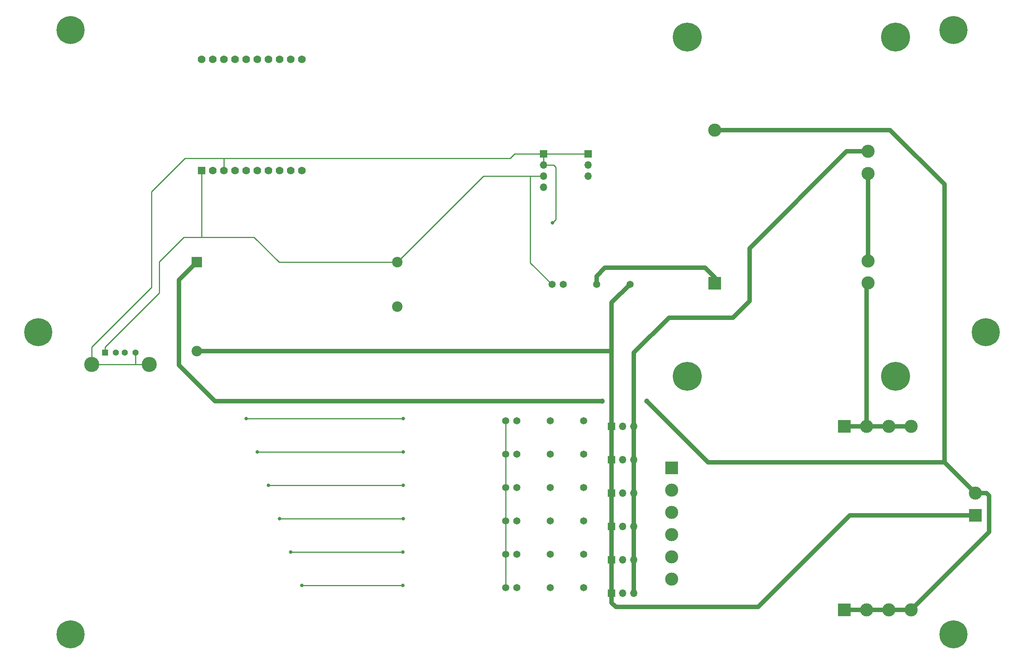
<source format=gbr>
%TF.GenerationSoftware,KiCad,Pcbnew,(6.0.0-0)*%
%TF.CreationDate,2022-12-23T14:22:00+01:00*%
%TF.ProjectId,garden-box,67617264-656e-42d6-926f-782e6b696361,rev?*%
%TF.SameCoordinates,Original*%
%TF.FileFunction,Copper,L2,Bot*%
%TF.FilePolarity,Positive*%
%FSLAX46Y46*%
G04 Gerber Fmt 4.6, Leading zero omitted, Abs format (unit mm)*
G04 Created by KiCad (PCBNEW (6.0.0-0)) date 2022-12-23 14:22:00*
%MOMM*%
%LPD*%
G01*
G04 APERTURE LIST*
%TA.AperFunction,ComponentPad*%
%ADD10R,1.700000X1.700000*%
%TD*%
%TA.AperFunction,ComponentPad*%
%ADD11O,1.700000X1.700000*%
%TD*%
%TA.AperFunction,ComponentPad*%
%ADD12R,2.400000X2.400000*%
%TD*%
%TA.AperFunction,ComponentPad*%
%ADD13C,2.400000*%
%TD*%
%TA.AperFunction,ComponentPad*%
%ADD14C,6.400000*%
%TD*%
%TA.AperFunction,ComponentPad*%
%ADD15C,0.800000*%
%TD*%
%TA.AperFunction,ComponentPad*%
%ADD16R,3.000000X3.000000*%
%TD*%
%TA.AperFunction,ComponentPad*%
%ADD17C,3.000000*%
%TD*%
%TA.AperFunction,ComponentPad*%
%ADD18C,1.650000*%
%TD*%
%TA.AperFunction,ComponentPad*%
%ADD19R,1.778000X1.778000*%
%TD*%
%TA.AperFunction,ComponentPad*%
%ADD20C,1.778000*%
%TD*%
%TA.AperFunction,ComponentPad*%
%ADD21R,1.431000X1.431000*%
%TD*%
%TA.AperFunction,ComponentPad*%
%ADD22C,1.431000*%
%TD*%
%TA.AperFunction,ComponentPad*%
%ADD23C,3.450000*%
%TD*%
%TA.AperFunction,ComponentPad*%
%ADD24C,6.600000*%
%TD*%
%TA.AperFunction,ViaPad*%
%ADD25C,0.800000*%
%TD*%
%TA.AperFunction,ViaPad*%
%ADD26C,1.200000*%
%TD*%
%TA.AperFunction,Conductor*%
%ADD27C,0.250000*%
%TD*%
%TA.AperFunction,Conductor*%
%ADD28C,1.000000*%
%TD*%
G04 APERTURE END LIST*
D10*
%TO.P,J4,1,Pin_1*%
%TO.N,/relay transfo/Output 1*%
X167918080Y-111770000D03*
D11*
%TO.P,J4,2,Pin_2*%
%TO.N,/relay 1/Output 1*%
X170458080Y-111770000D03*
%TO.P,J4,3,Pin_3*%
%TO.N,Net-(J4-Pad3)*%
X172998080Y-111770000D03*
%TD*%
D12*
%TO.P,PS1,1,AC/N*%
%TO.N,Net-(J10-Pad2)*%
X73277500Y-74287500D03*
D13*
%TO.P,PS1,2,AC/L*%
%TO.N,/relay transfo/Output 1*%
X73277500Y-94607500D03*
%TO.P,PS1,3,-Vo*%
%TO.N,GND*%
X118997500Y-84447500D03*
%TO.P,PS1,4,+Vo*%
%TO.N,+5V*%
X118997500Y-74287500D03*
%TD*%
D14*
%TO.P,REF\u002A\u002A,1*%
%TO.N,N/C*%
X245900000Y-159240000D03*
D15*
X247597056Y-157542944D03*
X244202944Y-160937056D03*
X245900000Y-161640000D03*
X247597056Y-160937056D03*
X248300000Y-159240000D03*
X245900000Y-156840000D03*
X243500000Y-159240000D03*
X244202944Y-157542944D03*
%TD*%
D16*
%TO.P,J11,1,Pin_1*%
%TO.N,Net-(J10-Pad2)*%
X220980000Y-153670000D03*
D17*
%TO.P,J11,2,Pin_2*%
X226060000Y-153670000D03*
%TO.P,J11,3,Pin_3*%
X231140000Y-153670000D03*
%TO.P,J11,4,Pin_4*%
X236220000Y-153670000D03*
%TD*%
D10*
%TO.P,J8,1,Pin_1*%
%TO.N,/relay transfo/Output 1*%
X167918080Y-142250000D03*
D11*
%TO.P,J8,2,Pin_2*%
%TO.N,/relay 5/Output 1*%
X170458080Y-142250000D03*
%TO.P,J8,3,Pin_3*%
%TO.N,Net-(J4-Pad3)*%
X172998080Y-142250000D03*
%TD*%
D18*
%TO.P,K6,1*%
%TO.N,+5V*%
X143773080Y-140980000D03*
%TO.P,K6,2*%
%TO.N,Net-(D11-Pad1)*%
X146313080Y-140980000D03*
%TO.P,K6,5*%
%TO.N,/relay 5/Output 2*%
X153933080Y-140980000D03*
%TO.P,K6,8*%
%TO.N,/relay 5/Output 1*%
X161553080Y-140980000D03*
%TD*%
D10*
%TO.P,J9,1,Pin_1*%
%TO.N,/relay transfo/Output 1*%
X167918080Y-149870000D03*
D11*
%TO.P,J9,2,Pin_2*%
%TO.N,/relay 6/Output 1*%
X170458080Y-149870000D03*
%TO.P,J9,3,Pin_3*%
%TO.N,Net-(J4-Pad3)*%
X172998080Y-149870000D03*
%TD*%
D19*
%TO.P,U1,1,+5V*%
%TO.N,+5V*%
X74425000Y-53380000D03*
D20*
%TO.P,U1,2,+3.3V_(out)*%
%TO.N,+3V3*%
X76965000Y-53380000D03*
%TO.P,U1,3,GND*%
%TO.N,GND*%
X79505000Y-53380000D03*
%TO.P,U1,4,ESP_EN*%
%TO.N,unconnected-(U1-Pad4)*%
X82045000Y-53380000D03*
%TO.P,U1,5,GPIO0*%
%TO.N,/R1*%
X84585000Y-53380000D03*
%TO.P,U1,6,GPIO1*%
%TO.N,/R2*%
X87125000Y-53380000D03*
%TO.P,U1,7,GPIO2*%
%TO.N,/R3*%
X89665000Y-53380000D03*
%TO.P,U1,8,GPIO3*%
%TO.N,/R4*%
X92205000Y-53380000D03*
%TO.P,U1,9,GPIO4*%
%TO.N,/R5*%
X94745000Y-53380000D03*
%TO.P,U1,10,GPIO5*%
%TO.N,/R6*%
X97285000Y-53380000D03*
%TO.P,U1,11,GPIO13*%
%TO.N,Net-(J1-Pad3)*%
X97285000Y-27980000D03*
%TO.P,U1,12,GPIO14*%
%TO.N,unconnected-(U1-Pad12)*%
X94745000Y-27980000D03*
%TO.P,U1,13,GPIO15*%
%TO.N,unconnected-(U1-Pad13)*%
X92205000Y-27980000D03*
%TO.P,U1,14,GPIO16*%
%TO.N,unconnected-(U1-Pad14)*%
X89665000Y-27980000D03*
%TO.P,U1,15,GPIO32*%
%TO.N,unconnected-(U1-Pad15)*%
X87125000Y-27980000D03*
%TO.P,U1,16,GPIO33*%
%TO.N,/relay transfo/Logic input*%
X84585000Y-27980000D03*
%TO.P,U1,17,GPIO34*%
%TO.N,unconnected-(U1-Pad17)*%
X82045000Y-27980000D03*
%TO.P,U1,18,GPIO35*%
%TO.N,unconnected-(U1-Pad18)*%
X79505000Y-27980000D03*
%TO.P,U1,19,GPIO36*%
%TO.N,Net-(J2-Pad4)*%
X76965000Y-27980000D03*
%TO.P,U1,20,GPIO39*%
%TO.N,unconnected-(U1-Pad20)*%
X74425000Y-27980000D03*
%TD*%
D15*
%TO.P,REF\u002A\u002A,1*%
%TO.N,N/C*%
X44500000Y-161640000D03*
X42802944Y-157542944D03*
X42100000Y-159240000D03*
X46900000Y-159240000D03*
D14*
X44500000Y-159240000D03*
D15*
X44500000Y-156840000D03*
X46197056Y-160937056D03*
X46197056Y-157542944D03*
X42802944Y-160937056D03*
%TD*%
D10*
%TO.P,J2,1,Pin_1*%
%TO.N,GND*%
X152400000Y-49530000D03*
D11*
%TO.P,J2,2,Pin_2*%
X152400000Y-52070000D03*
%TO.P,J2,3,Pin_3*%
%TO.N,+5V*%
X152400000Y-54610000D03*
%TO.P,J2,4,Pin_4*%
%TO.N,Net-(J2-Pad4)*%
X152400000Y-57150000D03*
%TD*%
D21*
%TO.P,J3,1,VBUS*%
%TO.N,+5V*%
X52380000Y-94955000D03*
D22*
%TO.P,J3,2,D-*%
%TO.N,unconnected-(J3-Pad2)*%
X54880000Y-94955000D03*
%TO.P,J3,3,D+*%
%TO.N,unconnected-(J3-Pad3)*%
X56880000Y-94955000D03*
%TO.P,J3,4,GND*%
%TO.N,GND*%
X59380000Y-94955000D03*
D23*
%TO.P,J3,5,Shield*%
X62450000Y-97665000D03*
X49310000Y-97665000D03*
%TD*%
D14*
%TO.P,REF\u002A\u002A,1*%
%TO.N,N/C*%
X44500000Y-21240000D03*
D15*
X42802944Y-19542944D03*
X42802944Y-22937056D03*
X44500000Y-18840000D03*
X44500000Y-23640000D03*
X42100000Y-21240000D03*
X46197056Y-22937056D03*
X46900000Y-21240000D03*
X46197056Y-19542944D03*
%TD*%
D18*
%TO.P,K2,1*%
%TO.N,+5V*%
X143773080Y-110500000D03*
%TO.P,K2,2*%
%TO.N,Net-(D3-Pad1)*%
X146313080Y-110500000D03*
%TO.P,K2,5*%
%TO.N,/relay 1/Output 2*%
X153933080Y-110500000D03*
%TO.P,K2,8*%
%TO.N,/relay 1/Output 1*%
X161553080Y-110500000D03*
%TD*%
D10*
%TO.P,J1,1,Pin_1*%
%TO.N,GND*%
X162560000Y-49530000D03*
D11*
%TO.P,J1,2,Pin_2*%
%TO.N,+3V3*%
X162560000Y-52070000D03*
%TO.P,J1,3,Pin_3*%
%TO.N,Net-(J1-Pad3)*%
X162560000Y-54610000D03*
%TD*%
D16*
%TO.P,J12,1,Pin_1*%
%TO.N,Net-(J12-Pad1)*%
X220980000Y-111760000D03*
D17*
%TO.P,J12,2,Pin_2*%
X226060000Y-111760000D03*
%TO.P,J12,3,Pin_3*%
X231140000Y-111760000D03*
%TO.P,J12,4,Pin_4*%
X236220000Y-111760000D03*
%TD*%
D16*
%TO.P,T1,1,AA*%
%TO.N,/relay transfo/Output 2*%
X191415000Y-79095000D03*
D17*
%TO.P,T1,2,AB*%
%TO.N,Net-(J10-Pad2)*%
X191415000Y-44095000D03*
%TO.P,T1,3,SA*%
%TO.N,Net-(J4-Pad3)*%
X226415000Y-48995000D03*
%TO.P,T1,4,SB*%
%TO.N,Net-(T1-Pad4)*%
X226415000Y-53995000D03*
%TO.P,T1,5,SC*%
X226415000Y-73995000D03*
%TO.P,T1,6,SD*%
%TO.N,Net-(J12-Pad1)*%
X226415000Y-78995000D03*
D24*
%TO.P,T1,MH1*%
%TO.N,N/C*%
X185165000Y-100345000D03*
%TO.P,T1,MH2*%
X185165000Y-22845000D03*
%TO.P,T1,MH3*%
X232665000Y-22845000D03*
%TO.P,T1,MH4*%
X232665000Y-100345000D03*
%TD*%
D16*
%TO.P,J13,1,Pin_1*%
%TO.N,/relay 1/Output 2*%
X181610000Y-121285000D03*
D17*
%TO.P,J13,2,Pin_2*%
%TO.N,/relay 2/Output 2*%
X181610000Y-126365000D03*
%TO.P,J13,3,Pin_3*%
%TO.N,/relay 3/Output 2*%
X181610000Y-131445000D03*
%TO.P,J13,4,Pin_4*%
%TO.N,/relay 4/Output 2*%
X181610000Y-136525000D03*
%TO.P,J13,5,Pin_5*%
%TO.N,/relay 5/Output 2*%
X181610000Y-141605000D03*
%TO.P,J13,6,Pin_6*%
%TO.N,/relay 6/Output 2*%
X181610000Y-146685000D03*
%TD*%
D15*
%TO.P,REF\u002A\u002A,1*%
%TO.N,N/C*%
X38897056Y-88542944D03*
X37200000Y-92640000D03*
X35502944Y-91937056D03*
X34800000Y-90240000D03*
X38897056Y-91937056D03*
X37200000Y-87840000D03*
X39600000Y-90240000D03*
X35502944Y-88542944D03*
D14*
X37200000Y-90240000D03*
%TD*%
D10*
%TO.P,J5,1,Pin_1*%
%TO.N,/relay transfo/Output 1*%
X167918080Y-119390000D03*
D11*
%TO.P,J5,2,Pin_2*%
%TO.N,/relay 2/Output 1*%
X170458080Y-119390000D03*
%TO.P,J5,3,Pin_3*%
%TO.N,Net-(J4-Pad3)*%
X172998080Y-119390000D03*
%TD*%
D15*
%TO.P,REF\u002A\u002A,1*%
%TO.N,N/C*%
X251502944Y-88542944D03*
X253200000Y-92640000D03*
D14*
X253200000Y-90240000D03*
D15*
X254897056Y-88542944D03*
X251502944Y-91937056D03*
X254897056Y-91937056D03*
X250800000Y-90240000D03*
X253200000Y-87840000D03*
X255600000Y-90240000D03*
%TD*%
D18*
%TO.P,K7,1*%
%TO.N,+5V*%
X143773080Y-148600000D03*
%TO.P,K7,2*%
%TO.N,Net-(D13-Pad1)*%
X146313080Y-148600000D03*
%TO.P,K7,5*%
%TO.N,/relay 6/Output 2*%
X153933080Y-148600000D03*
%TO.P,K7,8*%
%TO.N,/relay 6/Output 1*%
X161553080Y-148600000D03*
%TD*%
D10*
%TO.P,J7,1,Pin_1*%
%TO.N,/relay transfo/Output 1*%
X167918080Y-134640000D03*
D11*
%TO.P,J7,2,Pin_2*%
%TO.N,/relay 4/Output 1*%
X170458080Y-134640000D03*
%TO.P,J7,3,Pin_3*%
%TO.N,Net-(J4-Pad3)*%
X172998080Y-134640000D03*
%TD*%
D18*
%TO.P,K3,1*%
%TO.N,+5V*%
X143773080Y-118120000D03*
%TO.P,K3,2*%
%TO.N,Net-(D5-Pad1)*%
X146313080Y-118120000D03*
%TO.P,K3,5*%
%TO.N,/relay 2/Output 2*%
X153933080Y-118120000D03*
%TO.P,K3,8*%
%TO.N,/relay 2/Output 1*%
X161553080Y-118120000D03*
%TD*%
%TO.P,K5,1*%
%TO.N,+5V*%
X143773080Y-133370000D03*
%TO.P,K5,2*%
%TO.N,Net-(D10-Pad2)*%
X146313080Y-133370000D03*
%TO.P,K5,5*%
%TO.N,/relay 4/Output 2*%
X153933080Y-133370000D03*
%TO.P,K5,8*%
%TO.N,/relay 4/Output 1*%
X161553080Y-133370000D03*
%TD*%
D10*
%TO.P,J6,1,Pin_1*%
%TO.N,/relay transfo/Output 1*%
X167918080Y-127010000D03*
D11*
%TO.P,J6,2,Pin_2*%
%TO.N,/relay 3/Output 1*%
X170458080Y-127010000D03*
%TO.P,J6,3,Pin_3*%
%TO.N,Net-(J4-Pad3)*%
X172998080Y-127010000D03*
%TD*%
D18*
%TO.P,K4,1*%
%TO.N,+5V*%
X143773080Y-125740000D03*
%TO.P,K4,2*%
%TO.N,Net-(D7-Pad1)*%
X146313080Y-125740000D03*
%TO.P,K4,5*%
%TO.N,/relay 3/Output 2*%
X153933080Y-125740000D03*
%TO.P,K4,8*%
%TO.N,/relay 3/Output 1*%
X161553080Y-125740000D03*
%TD*%
D14*
%TO.P,REF\u002A\u002A,1*%
%TO.N,N/C*%
X245900000Y-21240000D03*
D15*
X248300000Y-21240000D03*
X247597056Y-19542944D03*
X245900000Y-23640000D03*
X247597056Y-22937056D03*
X245900000Y-18840000D03*
X243500000Y-21240000D03*
X244202944Y-19542944D03*
X244202944Y-22937056D03*
%TD*%
D18*
%TO.P,K1,1*%
%TO.N,+5V*%
X154305000Y-79375000D03*
%TO.P,K1,2*%
%TO.N,Net-(D1-Pad1)*%
X156845000Y-79375000D03*
%TO.P,K1,5*%
%TO.N,/relay transfo/Output 2*%
X164465000Y-79375000D03*
%TO.P,K1,8*%
%TO.N,/relay transfo/Output 1*%
X172085000Y-79375000D03*
%TD*%
D16*
%TO.P,J10,1,Pin_1*%
%TO.N,/relay transfo/Output 1*%
X250825000Y-132080000D03*
D17*
%TO.P,J10,2,Pin_2*%
%TO.N,Net-(J10-Pad2)*%
X250825000Y-127000000D03*
%TD*%
D25*
%TO.N,/R6*%
X120269000Y-148082000D03*
X97285000Y-148079000D03*
%TO.N,/R5*%
X120269000Y-140462000D03*
X94742000Y-140462000D03*
%TO.N,/R4*%
X92205000Y-132845000D03*
X120396000Y-132842000D03*
%TO.N,/R3*%
X120396000Y-125222000D03*
X89665000Y-125225000D03*
%TO.N,/R2*%
X120396000Y-117602000D03*
X87125000Y-117599000D03*
%TO.N,/R1*%
X120396000Y-109982000D03*
X84585000Y-109979000D03*
%TO.N,GND*%
X154432000Y-65278000D03*
D26*
%TO.N,Net-(J10-Pad2)*%
X165735000Y-106045000D03*
X175895000Y-106045000D03*
%TD*%
D27*
%TO.N,/R6*%
X97288000Y-148082000D02*
X97285000Y-148079000D01*
X120269000Y-148082000D02*
X97288000Y-148082000D01*
%TO.N,/R5*%
X120269000Y-140462000D02*
X94742000Y-140462000D01*
%TO.N,/R4*%
X120396000Y-132842000D02*
X92208000Y-132842000D01*
X92208000Y-132842000D02*
X92205000Y-132845000D01*
%TO.N,/R3*%
X120396000Y-125222000D02*
X89668000Y-125222000D01*
X89668000Y-125222000D02*
X89665000Y-125225000D01*
%TO.N,/R2*%
X120396000Y-117602000D02*
X87128000Y-117602000D01*
X87128000Y-117602000D02*
X87125000Y-117599000D01*
%TO.N,/R1*%
X120396000Y-109982000D02*
X84588000Y-109982000D01*
X84588000Y-109982000D02*
X84585000Y-109979000D01*
%TO.N,GND*%
X155194000Y-64516000D02*
X154432000Y-65278000D01*
X152400000Y-52070000D02*
X154686000Y-52070000D01*
X155194000Y-52578000D02*
X155194000Y-64516000D01*
X154686000Y-52070000D02*
X155194000Y-52578000D01*
X70612000Y-50546000D02*
X79502000Y-50546000D01*
X79502000Y-50546000D02*
X144780000Y-50546000D01*
X79505000Y-53380000D02*
X79505000Y-50549000D01*
X79505000Y-50549000D02*
X79502000Y-50546000D01*
X152400000Y-49530000D02*
X145796000Y-49530000D01*
X145796000Y-49530000D02*
X144780000Y-50546000D01*
X62992000Y-58166000D02*
X62992000Y-80010000D01*
X49310000Y-97665000D02*
X49310000Y-93692000D01*
X49310000Y-93692000D02*
X62992000Y-80010000D01*
X70612000Y-50546000D02*
X62992000Y-58166000D01*
%TO.N,+5V*%
X64770000Y-81280000D02*
X64770000Y-74168000D01*
X74422000Y-68580000D02*
X86360000Y-68580000D01*
X52380000Y-94955000D02*
X52380000Y-93670000D01*
X52380000Y-93670000D02*
X64770000Y-81280000D01*
X70358000Y-68580000D02*
X74422000Y-68580000D01*
X64770000Y-74168000D02*
X70358000Y-68580000D01*
%TO.N,GND*%
X59307000Y-97665000D02*
X62450000Y-97665000D01*
X59380000Y-97592000D02*
X59307000Y-97665000D01*
X59307000Y-97665000D02*
X49310000Y-97665000D01*
X59380000Y-94955000D02*
X59380000Y-97592000D01*
X152400000Y-49530000D02*
X152400000Y-52070000D01*
%TO.N,+5V*%
X154305000Y-79375000D02*
X149352000Y-74422000D01*
X152400000Y-54610000D02*
X149352000Y-54610000D01*
X149352000Y-54610000D02*
X138675000Y-54610000D01*
X149352000Y-74422000D02*
X149352000Y-54610000D01*
X74425000Y-68450000D02*
X74295000Y-68580000D01*
X143773080Y-118120000D02*
X143773080Y-110500000D01*
X143773080Y-125740000D02*
X143773080Y-118120000D01*
X143773080Y-133370000D02*
X143773080Y-125740000D01*
X143773080Y-140980000D02*
X143773080Y-133370000D01*
X143773080Y-148600000D02*
X143773080Y-140980000D01*
X74425000Y-53380000D02*
X74425000Y-68450000D01*
X86360000Y-68580000D02*
X92067500Y-74287500D01*
D28*
%TO.N,Net-(J10-Pad2)*%
X69215000Y-97790000D02*
X69215000Y-78350000D01*
X165735000Y-106045000D02*
X77470000Y-106045000D01*
X243840000Y-120015000D02*
X189865000Y-120015000D01*
X189865000Y-120015000D02*
X175895000Y-106045000D01*
X77470000Y-106045000D02*
X69215000Y-97790000D01*
X191415000Y-44095000D02*
X231420000Y-44095000D01*
X231420000Y-44095000D02*
X243840000Y-56515000D01*
X243840000Y-56515000D02*
X243840000Y-120015000D01*
X243840000Y-120015000D02*
X250825000Y-127000000D01*
%TO.N,Net-(J12-Pad1)*%
X231140000Y-111760000D02*
X236220000Y-111760000D01*
X226060000Y-111760000D02*
X231140000Y-111760000D01*
X226060000Y-111760000D02*
X226060000Y-79350000D01*
X226060000Y-79350000D02*
X226415000Y-78995000D01*
X220980000Y-111760000D02*
X226060000Y-111760000D01*
%TO.N,/relay transfo/Output 1*%
X167918080Y-111770000D02*
X167918080Y-94258080D01*
X167918080Y-94258080D02*
X167918080Y-83541920D01*
X167568660Y-94607500D02*
X167918080Y-94258080D01*
X73277500Y-94607500D02*
X167568660Y-94607500D01*
X167918080Y-149870000D02*
X167918080Y-152043080D01*
X201295000Y-153035000D02*
X222250000Y-132080000D01*
X167918080Y-152043080D02*
X168910000Y-153035000D01*
X168910000Y-153035000D02*
X201295000Y-153035000D01*
X222250000Y-132080000D02*
X250825000Y-132080000D01*
%TO.N,Net-(J10-Pad2)*%
X226060000Y-153670000D02*
X220980000Y-153670000D01*
X231140000Y-153670000D02*
X226060000Y-153670000D01*
X236220000Y-153670000D02*
X231140000Y-153670000D01*
X254000000Y-127635000D02*
X254000000Y-135890000D01*
X250825000Y-127000000D02*
X253365000Y-127000000D01*
X253365000Y-127000000D02*
X254000000Y-127635000D01*
X254000000Y-135890000D02*
X236220000Y-153670000D01*
%TO.N,Net-(J4-Pad3)*%
X226415000Y-48995000D02*
X221515000Y-48995000D01*
X180975000Y-86995000D02*
X172998080Y-94971920D01*
X221515000Y-48995000D02*
X199390000Y-71120000D01*
X199390000Y-71120000D02*
X199390000Y-83185000D01*
X199390000Y-83185000D02*
X195580000Y-86995000D01*
X195580000Y-86995000D02*
X180975000Y-86995000D01*
X172998080Y-94971920D02*
X172998080Y-111770000D01*
%TO.N,/relay transfo/Output 2*%
X166370000Y-75565000D02*
X164465000Y-77470000D01*
X164465000Y-77470000D02*
X164465000Y-79375000D01*
X191415000Y-79095000D02*
X191415000Y-77750000D01*
X189230000Y-75565000D02*
X166370000Y-75565000D01*
X191415000Y-77750000D02*
X189230000Y-75565000D01*
%TO.N,/relay transfo/Output 1*%
X167918080Y-83541920D02*
X172085000Y-79375000D01*
%TO.N,Net-(J4-Pad3)*%
X172998080Y-119390000D02*
X172998080Y-111770000D01*
X172998080Y-127010000D02*
X172998080Y-119390000D01*
X172998080Y-134640000D02*
X172998080Y-127010000D01*
X172998080Y-142250000D02*
X172998080Y-134640000D01*
X172998080Y-149870000D02*
X172998080Y-142250000D01*
%TO.N,/relay transfo/Output 1*%
X167918080Y-119390000D02*
X167918080Y-111770000D01*
X167918080Y-127010000D02*
X167918080Y-119390000D01*
X167918080Y-134640000D02*
X167918080Y-127010000D01*
X167918080Y-142250000D02*
X167918080Y-134640000D01*
X167918080Y-149870000D02*
X167918080Y-142250000D01*
D27*
%TO.N,+5V*%
X118997500Y-74287500D02*
X92067500Y-74287500D01*
X138675000Y-54610000D02*
X118997500Y-74287500D01*
%TO.N,GND*%
X162560000Y-49530000D02*
X152400000Y-49530000D01*
D28*
%TO.N,Net-(T1-Pad4)*%
X226415000Y-53995000D02*
X226415000Y-73995000D01*
%TO.N,Net-(J10-Pad2)*%
X69215000Y-78350000D02*
X73277500Y-74287500D01*
%TD*%
M02*

</source>
